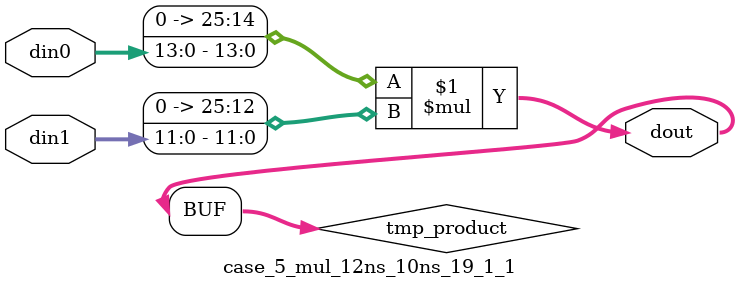
<source format=v>

`timescale 1 ns / 1 ps

 (* use_dsp = "no" *)  module case_5_mul_12ns_10ns_19_1_1(din0, din1, dout);
parameter ID = 1;
parameter NUM_STAGE = 0;
parameter din0_WIDTH = 14;
parameter din1_WIDTH = 12;
parameter dout_WIDTH = 26;

input [din0_WIDTH - 1 : 0] din0; 
input [din1_WIDTH - 1 : 0] din1; 
output [dout_WIDTH - 1 : 0] dout;

wire signed [dout_WIDTH - 1 : 0] tmp_product;
























assign tmp_product = $signed({1'b0, din0}) * $signed({1'b0, din1});











assign dout = tmp_product;





















endmodule

</source>
